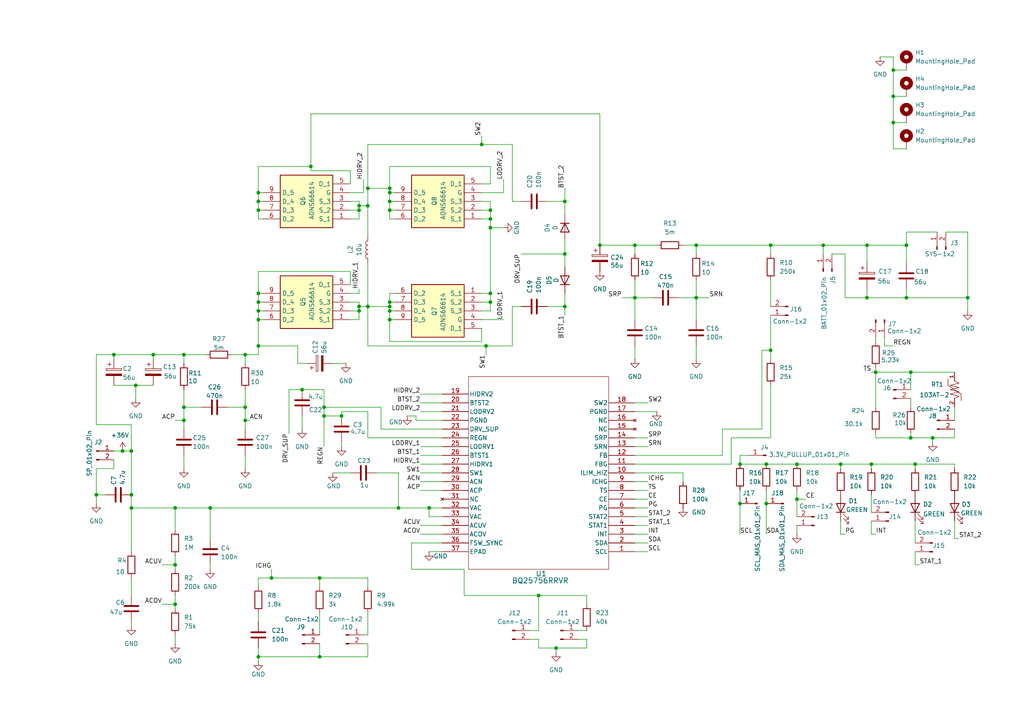
<source format=kicad_sch>
(kicad_sch (version 20250114) (generator "eeschema") (generator_version "9.0")
  (paper "A4")
  (title_block (title "Revised Charge Controller") (comment 1 "Michael Petta, Sky Lin"))
  (rectangle (start 99.06 111.76) (end 99.06 111.76))
  (junction (at 231.14 134.62))
  (junction (at 264.16 107.95))
  (junction (at 113.03 90.17))
  (junction (at 259.08 20.32))
  (junction (at 156.21 172.72))
  (junction (at 142.24 87.63))
  (junction (at 93.98 118.11))
  (junction (at 113.03 92.71))
  (junction (at 265.43 134.62))
  (junction (at 238.76 71.12))
  (junction (at 38.1 143.51))
  (junction (at 74.93 58.42))
  (junction (at 214.63 146.05))
  (junction (at 251.46 86.36))
  (junction (at 113.03 58.42))
  (junction (at 71.12 118.11))
  (junction (at 259.08 27.94))
  (junction (at 254 107.95))
  (junction (at 35.56 130.81))
  (junction (at 104.14 88.9))
  (junction (at 27.94 143.51))
  (junction (at 71.12 121.92))
  (junction (at 264.16 127))
  (junction (at 71.12 102.87))
  (junction (at 38.1 130.81))
  (junction (at 90.17 48.26))
  (junction (at 93.98 120.65))
  (junction (at 163.83 58.42))
  (junction (at 139.7 41.91))
  (junction (at 214.63 134.62))
  (junction (at 104.14 60.96))
  (junction (at 33.02 102.87))
  (junction (at 113.03 54.61))
  (junction (at 44.45 102.87))
  (junction (at 60.96 147.32))
  (junction (at 140.97 100.33))
  (junction (at 78.74 167.64))
  (junction (at 74.93 87.63))
  (junction (at 53.34 121.92))
  (junction (at 222.25 146.05))
  (junction (at 280.67 86.36))
  (junction (at 223.52 101.6))
  (junction (at 87.63 113.03))
  (junction (at 142.24 66.04))
  (junction (at 184.15 86.36))
  (junction (at 104.14 59.69))
  (junction (at 53.34 118.11))
  (junction (at 106.68 88.9))
  (junction (at 106.68 54.61))
  (junction (at 92.71 167.64))
  (junction (at 99.06 120.65))
  (junction (at 124.46 147.32))
  (junction (at 262.89 71.12))
  (junction (at 50.8 175.26))
  (junction (at 74.93 92.71))
  (junction (at 38.1 147.32))
  (junction (at 74.93 90.17))
  (junction (at 161.29 187.96))
  (junction (at 251.46 71.12))
  (junction (at 252.73 134.62))
  (junction (at 113.03 60.96))
  (junction (at 74.93 60.96))
  (junction (at 50.8 163.83))
  (junction (at 113.03 55.88))
  (junction (at 39.37 111.76))
  (junction (at 113.03 88.9))
  (junction (at 163.83 88.9))
  (junction (at 243.84 134.62))
  (junction (at 222.25 134.62))
  (junction (at 223.52 71.12))
  (junction (at 201.93 71.12))
  (junction (at 92.71 190.5))
  (junction (at 115.57 147.32))
  (junction (at 262.89 86.36))
  (junction (at 53.34 102.87))
  (junction (at 163.83 73.66))
  (junction (at 270.51 127))
  (junction (at 104.14 90.17))
  (junction (at 113.03 87.63))
  (junction (at 231.14 144.78))
  (junction (at 173.99 71.12))
  (junction (at 74.93 85.09))
  (junction (at 74.93 100.33))
  (junction (at 142.24 85.09))
  (junction (at 184.15 71.12))
  (junction (at 142.24 60.96))
  (junction (at 259.08 35.56))
  (junction (at 74.93 190.5))
  (junction (at 106.68 59.69))
  (junction (at 50.8 147.32))
  (junction (at 201.93 86.36))
  (junction (at 74.93 55.88))
  (junction (at 142.24 63.5))
  (wire (pts (xy 251.46 71.12) (xy 262.89 71.12)))
  (wire (pts (xy 148.59 88.9) (xy 151.13 88.9)))
  (wire (pts (xy 259.08 20.32) (xy 259.08 27.94)))
  (wire (pts (xy 170.18 187.96) (xy 161.29 187.96)))
  (wire (pts (xy 66.04 118.11) (xy 71.12 118.11)))
  (wire (pts (xy 106.68 41.91) (xy 106.68 54.61)))
  (wire (pts (xy 113.03 60.96) (xy 114.3 60.96)))
  (wire (pts (xy 106.68 190.5) (xy 92.71 190.5)))
  (wire (pts (xy 223.52 101.6) (xy 223.52 104.14)))
  (wire (pts (xy 187.96 147.32) (xy 184.15 147.32)))
  (wire (pts (xy 74.93 190.5) (xy 92.71 190.5)))
  (wire (pts (xy 120.65 121.92) (xy 128.27 121.92)))
  (wire (pts (xy 142.24 60.96) (xy 142.24 63.5)))
  (wire (pts (xy 280.67 67.31) (xy 280.67 86.36)))
  (wire (pts (xy 74.93 187.96) (xy 74.93 190.5)))
  (wire (pts (xy 201.93 73.66) (xy 201.93 71.12)))
  (wire (pts (xy 124.46 149.86) (xy 128.27 149.86)))
  (wire (pts (xy 101.6 53.34) (xy 101.6 49.53)))
  (wire (pts (xy 187.96 116.84) (xy 184.15 116.84)))
  (wire (pts (xy 180.34 86.36) (xy 184.15 86.36)))
  (wire (pts (xy 115.57 147.32) (xy 124.46 147.32)))
  (wire (pts (xy 252.73 134.62) (xy 265.43 134.62)))
  (wire (pts (xy 163.83 91.44) (xy 163.83 88.9)))
  (wire (pts (xy 243.84 135.89) (xy 243.84 134.62)))
  (wire (pts (xy 128.27 119.38) (xy 121.92 119.38)))
  (wire (pts (xy 50.8 175.26) (xy 50.8 176.53)))
  (wire (pts (xy 106.68 100.33) (xy 106.68 88.9)))
  (wire (pts (xy 27.94 123.19) (xy 27.94 102.87)))
  (wire (pts (xy 113.03 92.71) (xy 113.03 90.17)))
  (wire (pts (xy 78.74 167.64) (xy 92.71 167.64)))
  (wire (pts (xy 38.1 130.81) (xy 38.1 143.51)))
  (wire (pts (xy 53.34 118.11) (xy 53.34 121.92)))
  (wire (pts (xy 142.24 87.63) (xy 142.24 90.17)))
  (wire (pts (xy 74.93 92.71) (xy 76.2 92.71)))
  (wire (pts (xy 33.02 133.35) (xy 33.02 135.89)))
  (wire (pts (xy 110.49 124.46) (xy 110.49 118.11)))
  (wire (pts (xy 90.17 33.02) (xy 90.17 48.26)))
  (wire (pts (xy 74.93 58.42) (xy 76.2 58.42)))
  (wire (pts (xy 101.6 137.16) (xy 96.52 137.16)))
  (wire (pts (xy 121.92 139.7) (xy 128.27 139.7)))
  (wire (pts (xy 74.93 177.8) (xy 74.93 180.34)))
  (wire (pts (xy 158.75 88.9) (xy 163.83 88.9)))
  (wire (pts (xy 113.03 99.06) (xy 113.03 92.71)))
  (wire (pts (xy 139.7 99.06) (xy 113.03 99.06)))
  (wire (pts (xy 146.05 55.88) (xy 146.05 52.07)))
  (wire (pts (xy 106.68 177.8) (xy 106.68 184.15)))
  (wire (pts (xy 276.86 124.46) (xy 276.86 127)))
  (wire (pts (xy 93.98 113.03) (xy 93.98 118.11)))
  (wire (pts (xy 74.93 55.88) (xy 74.93 48.26)))
  (wire (pts (xy 198.12 137.16) (xy 184.15 137.16)))
  (wire (pts (xy 74.93 63.5) (xy 74.93 60.96)))
  (wire (pts (xy 190.5 71.12) (xy 184.15 71.12)))
  (wire (pts (xy 38.1 123.19) (xy 38.1 130.81)))
  (wire (pts (xy 187.96 139.7) (xy 184.15 139.7)))
  (wire (pts (xy 74.93 60.96) (xy 76.2 60.96)))
  (wire (pts (xy 99.06 128.27) (xy 99.06 129.54)))
  (wire (pts (xy 104.14 90.17) (xy 104.14 88.9)))
  (wire (pts (xy 74.93 60.96) (xy 74.93 58.42)))
  (wire (pts (xy 223.52 127) (xy 212.09 127)))
  (wire (pts (xy 187.96 154.94) (xy 184.15 154.94)))
  (wire (pts (xy 198.12 139.7) (xy 198.12 137.16)))
  (wire (pts (xy 254 106.68) (xy 254 107.95)))
  (wire (pts (xy 163.83 58.42) (xy 163.83 54.61)))
  (wire (pts (xy 30.48 143.51) (xy 27.94 143.51)))
  (wire (pts (xy 142.24 48.26) (xy 113.03 48.26)))
  (wire (pts (xy 151.13 73.66) (xy 163.83 73.66)))
  (wire (pts (xy 214.63 132.08) (xy 214.63 134.62)))
  (wire (pts (xy 156.21 172.72) (xy 170.18 172.72)))
  (wire (pts (xy 245.11 154.94) (xy 243.84 154.94)))
  (wire (pts (xy 50.8 172.72) (xy 50.8 175.26)))
  (wire (pts (xy 53.34 118.11) (xy 58.42 118.11)))
  (wire (pts (xy 170.18 185.42) (xy 167.64 185.42)))
  (wire (pts (xy 156.21 185.42) (xy 156.21 187.96)))
  (wire (pts (xy 276.86 118.11) (xy 276.86 121.92)))
  (wire (pts (xy 101.6 58.42) (xy 104.14 58.42)))
  (wire (pts (xy 39.37 111.76) (xy 44.45 111.76)))
  (wire (pts (xy 113.03 58.42) (xy 114.3 58.42)))
  (wire (pts (xy 60.96 147.32) (xy 60.96 156.21)))
  (wire (pts (xy 156.21 172.72) (xy 156.21 182.88)))
  (wire (pts (xy 255.27 16.51) (xy 259.08 16.51)))
  (wire (pts (xy 113.03 90.17) (xy 113.03 88.9)))
  (wire (pts (xy 214.63 146.05) (xy 214.63 154.94)))
  (wire (pts (xy 184.15 132.08) (xy 209.55 132.08)))
  (wire (pts (xy 104.14 60.96) (xy 104.14 59.69)))
  (wire (pts (xy 60.96 163.83) (xy 60.96 165.1)))
  (wire (pts (xy 74.93 78.74) (xy 74.93 85.09)))
  (wire (pts (xy 33.02 111.76) (xy 39.37 111.76)))
  (wire (pts (xy 134.62 165.1) (xy 134.62 172.72)))
  (wire (pts (xy 46.99 175.26) (xy 50.8 175.26)))
  (wire (pts (xy 128.27 124.46) (xy 110.49 124.46)))
  (wire (pts (xy 252.73 151.13) (xy 252.73 154.94)))
  (wire (pts (xy 74.93 170.18) (xy 74.93 167.64)))
  (wire (pts (xy 262.89 71.12) (xy 262.89 76.2)))
  (wire (pts (xy 92.71 167.64) (xy 92.71 170.18)))
  (wire (pts (xy 74.93 48.26) (xy 90.17 48.26)))
  (wire (pts (xy 74.93 100.33) (xy 86.36 100.33)))
  (wire (pts (xy 220.98 124.46) (xy 220.98 101.6)))
  (wire (pts (xy 139.7 60.96) (xy 142.24 60.96)))
  (wire (pts (xy 96.52 105.41) (xy 100.33 105.41)))
  (wire (pts (xy 148.59 100.33) (xy 148.59 88.9)))
  (wire (pts (xy 262.89 83.82) (xy 262.89 86.36)))
  (wire (pts (xy 231.14 144.78) (xy 231.14 149.86)))
  (wire (pts (xy 53.34 102.87) (xy 59.69 102.87)))
  (wire (pts (xy 274.32 67.31) (xy 280.67 67.31)))
  (wire (pts (xy 251.46 83.82) (xy 251.46 86.36)))
  (wire (pts (xy 187.96 144.78) (xy 184.15 144.78)))
  (wire (pts (xy 76.2 63.5) (xy 74.93 63.5)))
  (wire (pts (xy 121.92 154.94) (xy 128.27 154.94)))
  (wire (pts (xy 106.68 100.33) (xy 140.97 100.33)))
  (wire (pts (xy 128.27 160.02) (xy 124.46 160.02)))
  (wire (pts (xy 139.7 55.88) (xy 146.05 55.88)))
  (wire (pts (xy 71.12 132.08) (xy 71.12 135.89)))
  (wire (pts (xy 53.34 102.87) (xy 53.34 105.41)))
  (wire (pts (xy 71.12 118.11) (xy 71.12 121.92)))
  (wire (pts (xy 252.73 135.89) (xy 252.73 134.62)))
  (wire (pts (xy 99.06 120.65) (xy 99.06 119.38)))
  (wire (pts (xy 231.14 142.24) (xy 231.14 144.78)))
  (wire (pts (xy 27.94 143.51) (xy 27.94 146.05)))
  (wire (pts (xy 38.1 167.64) (xy 38.1 172.72)))
  (wire (pts (xy 128.27 114.3) (xy 121.92 114.3)))
  (wire (pts (xy 74.93 90.17) (xy 74.93 92.71)))
  (wire (pts (xy 71.12 121.92) (xy 72.39 121.92)))
  (wire (pts (xy 106.68 186.69) (xy 106.68 190.5)))
  (wire (pts (xy 184.15 100.33) (xy 184.15 104.14)))
  (wire (pts (xy 101.6 85.09) (xy 104.14 85.09)))
  (wire (pts (xy 201.93 86.36) (xy 201.93 92.71)))
  (wire (pts (xy 124.46 147.32) (xy 124.46 149.86)))
  (wire (pts (xy 153.67 182.88) (xy 156.21 182.88)))
  (wire (pts (xy 214.63 134.62) (xy 222.25 134.62)))
  (wire (pts (xy 163.83 73.66) (xy 163.83 77.47)))
  (wire (pts (xy 38.1 147.32) (xy 50.8 147.32)))
  (wire (pts (xy 27.94 135.89) (xy 27.94 143.51)))
  (wire (pts (xy 128.27 147.32) (xy 124.46 147.32)))
  (wire (pts (xy 104.14 88.9) (xy 106.68 88.9)))
  (wire (pts (xy 121.92 152.4) (xy 128.27 152.4)))
  (wire (pts (xy 50.8 147.32) (xy 50.8 153.67)))
  (wire (pts (xy 104.14 83.82) (xy 104.14 85.09)))
  (wire (pts (xy 231.14 152.4) (xy 231.14 154.94)))
  (wire (pts (xy 265.43 135.89) (xy 265.43 134.62)))
  (wire (pts (xy 74.93 190.5) (xy 74.93 191.77)))
  (wire (pts (xy 184.15 86.36) (xy 189.23 86.36)))
  (wire (pts (xy 101.6 60.96) (xy 104.14 60.96)))
  (wire (pts (xy 220.98 101.6) (xy 223.52 101.6)))
  (wire (pts (xy 74.93 90.17) (xy 76.2 90.17)))
  (wire (pts (xy 262.89 20.32) (xy 259.08 20.32)))
  (wire (pts (xy 201.93 100.33) (xy 201.93 104.14)))
  (wire (pts (xy 93.98 129.54) (xy 93.98 120.65)))
  (wire (pts (xy 121.92 142.24) (xy 128.27 142.24)))
  (wire (pts (xy 115.57 137.16) (xy 115.57 147.32)))
  (wire (pts (xy 148.59 58.42) (xy 148.59 41.91)))
  (wire (pts (xy 245.11 86.36) (xy 251.46 86.36)))
  (wire (pts (xy 38.1 147.32) (xy 38.1 160.02)))
  (wire (pts (xy 114.3 92.71) (xy 113.03 92.71)))
  (wire (pts (xy 163.83 73.66) (xy 163.83 69.85)))
  (wire (pts (xy 223.52 73.66) (xy 223.52 71.12)))
  (wire (pts (xy 140.97 102.87) (xy 140.97 100.33)))
  (wire (pts (xy 139.7 95.25) (xy 139.7 99.06)))
  (wire (pts (xy 106.68 88.9) (xy 106.68 76.2)))
  (wire (pts (xy 262.89 43.18) (xy 259.08 43.18)))
  (wire (pts (xy 139.7 92.71) (xy 146.05 92.71)))
  (wire (pts (xy 251.46 86.36) (xy 262.89 86.36)))
  (wire (pts (xy 222.25 142.24) (xy 222.25 146.05)))
  (wire (pts (xy 241.3 73.66) (xy 245.11 73.66)))
  (wire (pts (xy 104.14 58.42) (xy 104.14 59.69)))
  (wire (pts (xy 222.25 134.62) (xy 231.14 134.62)))
  (wire (pts (xy 74.93 85.09) (xy 76.2 85.09)))
  (wire (pts (xy 259.08 16.51) (xy 259.08 20.32)))
  (wire (pts (xy 187.96 129.54) (xy 184.15 129.54)))
  (wire (pts (xy 264.16 125.73) (xy 264.16 127)))
  (wire (pts (xy 153.67 185.42) (xy 156.21 185.42)))
  (wire (pts (xy 104.14 63.5) (xy 104.14 60.96)))
  (wire (pts (xy 158.75 58.42) (xy 163.83 58.42)))
  (wire (pts (xy 74.93 87.63) (xy 74.93 90.17)))
  (wire (pts (xy 201.93 81.28) (xy 201.93 86.36)))
  (wire (pts (xy 259.08 27.94) (xy 259.08 35.56)))
  (wire (pts (xy 101.6 49.53) (xy 90.17 49.53)))
  (wire (pts (xy 163.83 62.23) (xy 163.83 58.42)))
  (wire (pts (xy 50.8 163.83) (xy 50.8 165.1)))
  (wire (pts (xy 50.8 147.32) (xy 60.96 147.32)))
  (wire (pts (xy 139.7 58.42) (xy 142.24 58.42)))
  (wire (pts (xy 184.15 86.36) (xy 184.15 92.71)))
  (wire (pts (xy 71.12 102.87) (xy 74.93 102.87)))
  (wire (pts (xy 184.15 134.62) (xy 212.09 134.62)))
  (wire (pts (xy 243.84 134.62) (xy 252.73 134.62)))
  (wire (pts (xy 148.59 58.42) (xy 151.13 58.42)))
  (wire (pts (xy 93.98 120.65) (xy 99.06 120.65)))
  (wire (pts (xy 167.64 182.88) (xy 170.18 182.88)))
  (wire (pts (xy 223.52 91.44) (xy 223.52 101.6)))
  (wire (pts (xy 245.11 73.66) (xy 245.11 86.36)))
  (wire (pts (xy 173.99 71.12) (xy 184.15 71.12)))
  (wire (pts (xy 109.22 137.16) (xy 115.57 137.16)))
  (wire (pts (xy 114.3 63.5) (xy 113.03 63.5)))
  (wire (pts (xy 265.43 163.83) (xy 266.7 163.83)))
  (wire (pts (xy 33.02 130.81) (xy 35.56 130.81)))
  (wire (pts (xy 113.03 63.5) (xy 113.03 60.96)))
  (wire (pts (xy 201.93 71.12) (xy 223.52 71.12)))
  (wire (pts (xy 113.03 85.09) (xy 114.3 85.09)))
  (wire (pts (xy 50.8 121.92) (xy 53.34 121.92)))
  (wire (pts (xy 67.31 102.87) (xy 71.12 102.87)))
  (wire (pts (xy 71.12 113.03) (xy 71.12 118.11)))
  (wire (pts (xy 214.63 142.24) (xy 214.63 146.05)))
  (wire (pts (xy 128.27 157.48) (xy 119.38 157.48)))
  (wire (pts (xy 113.03 87.63) (xy 113.03 88.9)))
  (wire (pts (xy 142.24 85.09) (xy 142.24 87.63)))
  (wire (pts (xy 74.93 78.74) (xy 101.6 78.74)))
  (wire (pts (xy 92.71 186.69) (xy 92.71 190.5)))
  (wire (pts (xy 92.71 177.8) (xy 92.71 184.15)))
  (wire (pts (xy 187.96 157.48) (xy 184.15 157.48)))
  (wire (pts (xy 170.18 175.26) (xy 170.18 172.72)))
  (wire (pts (xy 87.63 124.46) (xy 87.63 120.65)))
  (wire (pts (xy 252.73 107.95) (xy 254 107.95)))
  (wire (pts (xy 142.24 66.04) (xy 142.24 85.09)))
  (wire (pts (xy 113.03 58.42) (xy 113.03 55.88)))
  (wire (pts (xy 90.17 33.02) (xy 173.99 33.02)))
  (wire (pts (xy 78.74 167.64) (xy 78.74 165.1)))
  (wire (pts (xy 243.84 151.13) (xy 243.84 154.94)))
  (wire (pts (xy 44.45 102.87) (xy 53.34 102.87)))
  (wire (pts (xy 184.15 160.02) (xy 187.96 160.02)))
  (wire (pts (xy 264.16 127) (xy 270.51 127)))
  (wire (pts (xy 104.14 59.69) (xy 106.68 59.69)))
  (wire (pts (xy 74.93 167.64) (xy 78.74 167.64)))
  (wire (pts (xy 53.34 113.03) (xy 53.34 118.11)))
  (wire (pts (xy 252.73 143.51) (xy 252.73 148.59)))
  (wire (pts (xy 201.93 86.36) (xy 205.74 86.36)))
  (wire (pts (xy 106.68 127) (xy 128.27 127)))
  (wire (pts (xy 209.55 132.08) (xy 209.55 124.46)))
  (wire (pts (xy 101.6 90.17) (xy 104.14 90.17)))
  (wire (pts (xy 270.51 127) (xy 270.51 128.27)))
  (wire (pts (xy 86.36 105.41) (xy 86.36 100.33)))
  (wire (pts (xy 106.68 54.61) (xy 106.68 59.69)))
  (wire (pts (xy 38.1 123.19) (xy 27.94 123.19)))
  (wire (pts (xy 50.8 184.15) (xy 50.8 186.69)))
  (wire (pts (xy 170.18 185.42) (xy 170.18 187.96)))
  (wire (pts (xy 83.82 113.03) (xy 87.63 113.03)))
  (wire (pts (xy 33.02 102.87) (xy 44.45 102.87)))
  (wire (pts (xy 118.11 120.65) (xy 120.65 120.65)))
  (wire (pts (xy 93.98 118.11) (xy 93.98 120.65)))
  (wire (pts (xy 33.02 135.89) (xy 27.94 135.89)))
  (wire (pts (xy 92.71 167.64) (xy 106.68 167.64)))
  (wire (pts (xy 278.13 156.21) (xy 276.86 156.21)))
  (wire (pts (xy 142.24 60.96) (xy 142.24 58.42)))
  (wire (pts (xy 139.7 63.5) (xy 142.24 63.5)))
  (wire (pts (xy 104.14 92.71) (xy 104.14 90.17)))
  (wire (pts (xy 238.76 71.12) (xy 238.76 73.66)))
  (wire (pts (xy 252.73 154.94) (xy 254 154.94)))
  (wire (pts (xy 187.96 149.86) (xy 184.15 149.86)))
  (wire (pts (xy 121.92 116.84) (xy 128.27 116.84)))
  (wire (pts (xy 106.68 54.61) (xy 113.03 54.61)))
  (wire (pts (xy 53.34 132.08) (xy 53.34 135.89)))
  (wire (pts (xy 184.15 81.28) (xy 184.15 86.36)))
  (wire (pts (xy 50.8 161.29) (xy 50.8 163.83)))
  (wire (pts (xy 265.43 151.13) (xy 265.43 157.48)))
  (wire (pts (xy 264.16 107.95) (xy 276.86 107.95)))
  (wire (pts (xy 113.03 55.88) (xy 114.3 55.88)))
  (wire (pts (xy 38.1 180.34) (xy 38.1 181.61)))
  (wire (pts (xy 128.27 129.54) (xy 121.92 129.54)))
  (wire (pts (xy 223.52 71.12) (xy 238.76 71.12)))
  (wire (pts (xy 156.21 187.96) (xy 161.29 187.96)))
  (wire (pts (xy 101.6 87.63) (xy 104.14 87.63)))
  (wire (pts (xy 217.17 132.08) (xy 214.63 132.08)))
  (wire (pts (xy 264.16 107.95) (xy 264.16 113.03)))
  (wire (pts (xy 113.03 60.96) (xy 113.03 58.42)))
  (wire (pts (xy 276.86 156.21) (xy 276.86 151.13)))
  (wire (pts (xy 223.52 111.76) (xy 223.52 127)))
  (wire (pts (xy 106.68 119.38) (xy 99.06 119.38)))
  (wire (pts (xy 139.7 41.91) (xy 148.59 41.91)))
  (wire (pts (xy 106.68 41.91) (xy 139.7 41.91)))
  (wire (pts (xy 196.85 86.36) (xy 201.93 86.36)))
  (wire (pts (xy 106.68 170.18) (xy 106.68 167.64)))
  (wire (pts (xy 119.38 165.1) (xy 134.62 165.1)))
  (wire (pts (xy 280.67 86.36) (xy 280.67 90.17)))
  (wire (pts (xy 101.6 82.55) (xy 101.6 78.74)))
  (wire (pts (xy 74.93 87.63) (xy 76.2 87.63)))
  (wire (pts (xy 113.03 87.63) (xy 114.3 87.63)))
  (wire (pts (xy 44.45 102.87) (xy 44.45 104.14)))
  (wire (pts (xy 265.43 134.62) (xy 276.86 134.62)))
  (wire (pts (xy 223.52 81.28) (xy 223.52 88.9)))
  (wire (pts (xy 259.08 43.18) (xy 259.08 35.56)))
  (wire (pts (xy 264.16 115.57) (xy 264.16 118.11)))
  (wire (pts (xy 106.68 88.9) (xy 113.03 88.9)))
  (wire (pts (xy 134.62 172.72) (xy 156.21 172.72)))
  (wire (pts (xy 142.24 66.04) (xy 146.05 66.04)))
  (wire (pts (xy 106.68 186.69) (xy 105.41 186.69)))
  (wire (pts (xy 254 127) (xy 264.16 127)))
  (wire (pts (xy 121.92 132.08) (xy 128.27 132.08)))
  (wire (pts (xy 128.27 134.62) (xy 121.92 134.62)))
  (wire (pts (xy 74.93 102.87) (xy 74.93 100.33)))
  (wire (pts (xy 173.99 33.02) (xy 173.99 71.12)))
  (wire (pts (xy 139.7 41.91) (xy 139.7 39.37)))
  (wire (pts (xy 276.86 135.89) (xy 276.86 134.62)))
  (wire (pts (xy 184.15 119.38) (xy 190.5 119.38)))
  (wire (pts (xy 254 107.95) (xy 254 118.11)))
  (wire (pts (xy 71.12 105.41) (xy 71.12 102.87)))
  (wire (pts (xy 74.93 85.09) (xy 74.93 87.63)))
  (wire (pts (xy 113.03 90.17) (xy 114.3 90.17)))
  (wire (pts (xy 105.41 55.88) (xy 105.41 52.07)))
  (wire (pts (xy 254 107.95) (xy 264.16 107.95)))
  (wire (pts (xy 276.86 127) (xy 270.51 127)))
  (wire (pts (xy 262.89 27.94) (xy 259.08 27.94)))
  (wire (pts (xy 259.08 35.56) (xy 262.89 35.56)))
  (wire (pts (xy 86.36 105.41) (xy 88.9 105.41)))
  (wire (pts (xy 113.03 85.09) (xy 113.03 87.63)))
  (wire (pts (xy 262.89 67.31) (xy 271.78 67.31)))
  (wire (pts (xy 74.93 55.88) (xy 76.2 55.88)))
  (wire (pts (xy 265.43 160.02) (xy 265.43 163.83)))
  (wire (pts (xy 87.63 113.03) (xy 93.98 113.03)))
  (wire (pts (xy 27.94 102.87) (xy 33.02 102.87)))
  (wire (pts (xy 198.12 71.12) (xy 201.93 71.12)))
  (wire (pts (xy 35.56 130.81) (xy 38.1 130.81)))
  (wire (pts (xy 110.49 118.11) (xy 93.98 118.11)))
  (wire (pts (xy 254 97.79) (xy 254 99.06)))
  (wire (pts (xy 142.24 66.04) (xy 142.24 63.5)))
  (wire (pts (xy 209.55 124.46) (xy 220.98 124.46)))
  (wire (pts (xy 231.14 134.62) (xy 243.84 134.62)))
  (wire (pts (xy 90.17 49.53) (xy 90.17 48.26)))
  (wire (pts (xy 74.93 92.71) (xy 74.93 100.33)))
  (wire (pts (xy 119.38 157.48) (xy 119.38 165.1)))
  (wire (pts (xy 163.83 88.9) (xy 163.83 85.09)))
  (wire (pts (xy 161.29 187.96) (xy 161.29 189.23)))
  (wire (pts (xy 106.68 127) (xy 106.68 119.38)))
  (wire (pts (xy 262.89 67.31) (xy 262.89 71.12)))
  (wire (pts (xy 142.24 48.26) (xy 142.24 53.34)))
  (wire (pts (xy 254 125.73) (xy 254 127)))
  (wire (pts (xy 262.89 86.36) (xy 280.67 86.36)))
  (wire (pts (xy 187.96 142.24) (xy 184.15 142.24)))
  (wire (pts (xy 139.7 90.17) (xy 142.24 90.17)))
  (wire (pts (xy 120.65 120.65) (xy 120.65 121.92)))
  (wire (pts (xy 38.1 143.51) (xy 38.1 147.32)))
  (wire (pts (xy 233.68 144.78) (xy 231.14 144.78)))
  (wire (pts (xy 251.46 76.2) (xy 251.46 71.12)))
  (wire (pts (xy 222.25 146.05) (xy 222.25 154.94)))
  (wire (pts (xy 212.09 127) (xy 212.09 134.62)))
  (wire (pts (xy 184.15 71.12) (xy 184.15 73.66)))
  (wire (pts (xy 139.7 87.63) (xy 142.24 87.63)))
  (wire (pts (xy 256.54 97.79) (xy 256.54 100.33)))
  (wire (pts (xy 83.82 113.03) (xy 83.82 125.73)))
  (wire (pts (xy 113.03 48.26) (xy 113.03 54.61)))
  (wire (pts (xy 33.02 104.14) (xy 33.02 102.87)))
  (wire (pts (xy 46.99 163.83) (xy 50.8 163.83)))
  (wire (pts (xy 53.34 121.92) (xy 53.34 124.46)))
  (wire (pts (xy 101.6 55.88) (xy 105.41 55.88)))
  (wire (pts (xy 101.6 92.71) (xy 104.14 92.71)))
  (wire (pts (xy 106.68 68.58) (xy 106.68 59.69)))
  (wire (pts (xy 128.27 137.16) (xy 121.92 137.16)))
  (wire (pts (xy 139.7 85.09) (xy 142.24 85.09)))
  (wire (pts (xy 104.14 87.63) (xy 104.14 88.9)))
  (wire (pts (xy 187.96 152.4) (xy 184.15 152.4)))
  (wire (pts (xy 139.7 53.34) (xy 142.24 53.34)))
  (wire (pts (xy 71.12 121.92) (xy 71.12 124.46)))
  (wire (pts (xy 60.96 147.32) (xy 115.57 147.32)))
  (wire (pts (xy 187.96 127) (xy 184.15 127)))
  (wire (pts (xy 106.68 184.15) (xy 105.41 184.15)))
  (wire (pts (xy 74.93 58.42) (xy 74.93 55.88)))
  (wire (pts (xy 113.03 55.88) (xy 113.03 54.61)))
  (wire (pts (xy 259.08 100.33) (xy 256.54 100.33)))
  (wire (pts (xy 238.76 71.12) (xy 251.46 71.12)))
  (wire (pts (xy 140.97 100.33) (xy 148.59 100.33)))
  (wire (pts (xy 39.37 111.76) (xy 39.37 115.57)))
  (wire (pts (xy 101.6 63.5) (xy 104.14 63.5)))
  (label "SCL" (at 187.96 160.02 0))
  (label "TS" (at 187.96 142.24 0))
  (label "SW1" (at 121.92 137.16 180))
  (label "DRV_SUP" (at 151.13 73.66 270))
  (label "DRV_SUP" (at 83.82 125.73 270))
  (label "ACOV" (at 46.99 175.26 180))
  (label "ACUV" (at 121.92 152.4 180))
  (label "INT" (at 254 154.94 0))
  (label "SRN" (at 187.96 129.54 0))
  (label "CE" (at 233.68 144.78 0))
  (label "LODRV_2" (at 121.92 119.38 180))
  (label "LODRV_1" (at 146.05 92.71 90))
  (label "STAT_1" (at 266.7 163.83 0))
  (label "HIDRV_2" (at 121.92 114.3 180))
  (label "BTST_2" (at 163.83 54.61 90))
  (label "CE" (at 187.96 144.78 0))
  (label "SW2" (at 187.96 116.84 0))
  (label "HIDRV_2" (at 105.41 52.07 90))
  (label "BTST_2" (at 121.92 116.84 180))
  (label "ACN" (at 121.92 139.7 180))
  (label "INT" (at 187.96 154.94 0))
  (label "SRP" (at 180.34 86.36 180))
  (label "ACN" (at 72.39 121.92 0))
  (label "PG" (at 245.11 154.94 0))
  (label "HIDRV_1" (at 104.14 83.82 90))
  (label "SRP" (at 187.96 127 0))
  (label "LODRV_1" (at 121.92 129.54 180))
  (label "LODRV_2" (at 146.05 52.07 90))
  (label "ACOV" (at 121.92 154.94 180))
  (label "ICHG" (at 187.96 139.7 0))
  (label "SRN" (at 205.74 86.36 0))
  (label "SCL" (at 214.63 154.94 0))
  (label "REGN" (at 259.08 100.33 0))
  (label "TS" (at 252.73 107.95 180))
  (label "SW2" (at 139.7 39.37 90))
  (label "STAT_2" (at 187.96 149.86 0))
  (label "ICHG" (at 78.74 165.1 180))
  (label "SW1" (at 140.97 102.87 270))
  (label "REGN" (at 93.98 129.54 270))
  (label "SDA" (at 187.96 157.48 0))
  (label "HIDRV_1" (at 121.92 134.62 180))
  (label "SDA" (at 222.25 154.94 0))
  (label "PG" (at 187.96 147.32 0))
  (label "STAT_2" (at 278.13 156.21 0))
  (label "ACP" (at 121.92 142.24 180))
  (label "ACP" (at 50.8 121.92 180))
  (label "ACUV" (at 46.99 163.83 180))
  (label "BTST_1" (at 163.83 91.44 270))
  (label "STAT_1" (at 187.96 152.4 0))
  (label "BTST_1" (at 121.92 132.08 180))
  (symbol (lib_id "power:GND") (at 100.33 105.41 0) (unit 1)
    (property "Reference" "#PWR016" (effects (hide yes)))
    (property "Value" "GND" (at 100.33 110.49 0))
    (property "Description" "Power symbol creates a global label with name \"GND\" , ground" (effects (hide yes)))
  )
  (symbol (lib_id "power:GND") (at 190.5 119.38 0) (unit 1)
    (property "Reference" "#PWR04" (effects (hide yes)))
    (property "Value" "GND" (at 190.246 122.936 0))
    (property "Description" "Power symbol creates a global label with name \"GND\" , ground" (effects (hide yes)))
  )
  (symbol (lib_id "Device:LED") (at 276.86 147.32 90) (unit 1)
    (property "Reference" "D3" (at 278.892 146.304 90) (effects (justify right)))
    (property "Value" "GREEN" (at 278.638 148.844 90) (effects (justify right)))
    (property "Description" "Light emitting diode" (effects (hide yes)))
    (property "Sim.Pins" "1=K 2=A" (effects (hide yes)))
  )
  (symbol (lib_id "power:GND") (at 99.06 129.54 0) (unit 1)
    (property "Reference" "#PWR07" (effects (hide yes)))
    (property "Value" "GND" (at 99.06 134.62 0))
    (property "Description" "Power symbol creates a global label with name \"GND\" , ground" (effects (hide yes)))
  )
  (symbol (lib_id "Device:R") (at 53.34 109.22 0) (unit 1)
    (property "Reference" "R11" (at 54.61 108.204 0) (effects (justify left)))
    (property "Value" "10" (at 54.61 110.49 0) (effects (justify left)))
    (property "Description" "Resistor" (effects (hide yes)))
  )
  (symbol (lib_id "Device:C") (at 38.1 176.53 0) (unit 1)
    (property "Reference" "C6" (at 33.528 174.752 0) (effects (justify left)))
    (property "Value" "47u" (at 31.75 177.546 0) (effects (justify left)))
    (property "Description" "Unpolarized capacitor" (effects (hide yes)))
  )
  (symbol (lib_id "Device:C") (at 184.15 96.52 180) (unit 1)
    (property "Reference" "C14" (at 186.944 95.25 0) (effects (justify right)))
    (property "Value" "100n" (at 186.944 97.79 0) (effects (justify right)))
    (property "Description" "Unpolarized capacitor" (effects (hide yes)))
  )
  (symbol (lib_id "Device:C_Polarized") (at 173.99 74.93 0) (unit 1)
    (property "Reference" "C24" (at 177.038 74.676 0) (effects (justify left)))
    (property "Value" "56u" (at 177.038 76.962 0) (effects (justify left)))
    (property "Description" "Polarized capacitor" (effects (hide yes)))
  )
  (symbol (lib_id "Device:R") (at 50.8 180.34 0) (unit 1)
    (property "Reference" "R1" (at 53.34 179.0699 0) (effects (justify left)))
    (property "Value" "75k" (at 53.34 181.6099 0) (effects (justify left)))
    (property "Description" "Resistor" (effects (hide yes)))
  )
  (symbol (lib_id "power:GND") (at 184.15 104.14 0) (unit 1)
    (property "Reference" "#PWR018" (effects (hide yes)))
    (property "Value" "GND" (at 184.15 109.22 0))
    (property "Description" "Power symbol creates a global label with name \"GND\" , ground" (effects (hide yes)))
  )
  (symbol (lib_id "Device:R") (at 50.8 157.48 0) (unit 1)
    (property "Reference" "R3" (at 53.34 156.2099 0) (effects (justify left)))
    (property "Value" "1M" (at 53.34 158.7499 0) (effects (justify left)))
    (property "Description" "Resistor" (effects (hide yes)))
  )
  (symbol (lib_id "power:GND") (at 27.94 146.05 0) (unit 1)
    (property "Reference" "#PWR026" (effects (hide yes)))
    (property "Value" "GND" (at 27.94 151.13 0))
    (property "Description" "Power symbol creates a global label with name \"GND\" , ground" (effects (hide yes)))
  )
  (symbol (lib_id "Device:R") (at 71.12 109.22 0) (unit 1)
    (property "Reference" "R30" (at 72.644 108.204 0) (effects (justify left)))
    (property "Value" "10" (at 72.644 110.744 0) (effects (justify left)))
    (property "Description" "Resistor" (effects (hide yes)))
  )
  (symbol (lib_id "power:GND") (at 38.1 181.61 0) (unit 1)
    (property "Reference" "#PWR011" (effects (hide yes)))
    (property "Value" "GND" (at 38.1 186.69 0))
    (property "Description" "Power symbol creates a global label with name \"GND\" , ground" (effects (hide yes)))
  )
  (symbol (lib_id "power:GND") (at 124.46 160.02 0) (unit 1)
    (property "Reference" "#PWR03" (effects (hide yes)))
    (property "Value" "GND" (at 125.73 161.2899 0) (effects (justify left)))
    (property "Description" "Power symbol creates a global label with name \"GND\" , ground" (effects (hide yes)))
  )
  (symbol (lib_id "Connector:Conn_01x02_Pin") (at 271.78 72.39 90) (unit 1)
    (property "Reference" "J3" (at 275.59 70.4849 90) (effects (justify right)))
    (property "Value" "SYS-1x2" (at 268.224 73.66 90) (effects (justify right)))
    (property "Footprint" "Connector_PinSocket_2.54mm:PinSocket_1x02_P2.54mm_Vertical" (effects (hide yes)))
    (property "Description" "Generic connector, single row, 01x02, script generated" (effects (hide yes)))
  )
  (symbol (lib_id "Device:R") (at 63.5 102.87 270) (unit 1)
    (property "Reference" "R27" (at 63.5 98.298 90))
    (property "Value" "5m" (at 63.5 100.838 90))
    (property "Description" "Resistor" (effects (hide yes)))
  )
  (symbol (lib_id "Device:C") (at 62.23 118.11 90) (unit 1)
    (property "Reference" "C26" (at 62.23 112.268 90))
    (property "Value" "470n" (at 62.23 114.808 90))
    (property "Description" "Unpolarized capacitor" (effects (hide yes)))
  )
  (symbol (lib_id "Connector:Conn_01x02_Pin") (at 238.76 78.74 90) (unit 1)
    (property "Reference" "J5" (at 241.5541 80.01 0) (effects (justify right)))
    (property "Value" "BATT_01x02_Pin" (at 239.014 80.264 0) (effects (justify right)))
    (property "Description" "Generic connector, single row, 01x02, script generated" (effects (hide yes)))
  )
  (symbol (lib_id "Device:R") (at 231.14 138.43 180) (unit 1)
    (property "Reference" "R18" (at 233.68 137.1599 0) (effects (justify right)))
    (property "Value" "10k" (at 233.68 139.6999 0) (effects (justify right)))
    (property "Description" "Resistor" (effects (hide yes)))
  )
  (symbol (lib_id "power:GND") (at 198.12 147.32 0) (unit 1)
    (property "Reference" "#PWR08" (effects (hide yes)))
    (property "Value" "GND" (at 200.66 148.5899 0) (effects (justify left)))
    (property "Description" "Power symbol creates a global label with name \"GND\" , ground" (effects (hide yes)))
  )
  (symbol (lib_id "power:GND") (at 87.63 124.46 0) (unit 1)
    (property "Reference" "#PWR025" (effects (hide yes)))
    (property "Value" "GND" (at 87.63 129.54 0))
    (property "Description" "Power symbol creates a global label with name \"GND\" , ground" (effects (hide yes)))
  )
  (symbol (lib_id "power:GND") (at 173.99 78.74 0) (unit 1)
    (property "Reference" "#PWR020" (effects (hide yes)))
    (property "Value" "GND" (at 173.99 83.82 0))
    (property "Description" "Power symbol creates a global label with name \"GND\" , ground" (effects (hide yes)))
  )
  (symbol (lib_id "Device:R") (at 38.1 163.83 0) (unit 1)
    (property "Reference" "R4" (at 34.036 162.56 0) (effects (justify left)))
    (property "Value" "10" (at 33.528 165.862 0) (effects (justify left)))
    (property "Description" "Resistor" (effects (hide yes)))
  )
  (symbol (lib_id "Device:R") (at 184.15 77.47 0) (unit 1)
    (property "Reference" "R12" (at 185.674 76.454 0) (effects (justify left)))
    (property "Value" "10" (at 185.674 78.994 0) (effects (justify left)))
    (property "Description" "Resistor" (effects (hide yes)))
  )
  (symbol (lib_id "Device:C_Polarized") (at 33.02 107.95 0) (unit 1)
    (property "Reference" "C2" (at 35.56 106.934 0) (effects (justify left)))
    (property "Value" "56u" (at 35.56 109.474 0) (effects (justify left)))
    (property "Description" "Polarized capacitor" (effects (hide yes)))
  )
  (symbol (lib_id "power:GND") (at 74.93 191.77 0) (unit 1)
    (property "Reference" "#PWR024" (effects (hide yes)))
    (property "Value" "GND" (at 74.93 195.58 0))
    (property "Description" "Power symbol creates a global label with name \"GND\" , ground" (effects (hide yes)))
  )
  (symbol (lib_id "Connector:Conn_01x02_Pin") (at 162.56 182.88 0) (unit 1)
    (property "Reference" "J11" (at 163.195 177.8 0))
    (property "Value" "Conn-1x2" (at 163.195 180.34 0))
    (property "Footprint" "Connector_PinSocket_2.54mm:PinSocket_1x02_P2.54mm_Vertical" (effects (hide yes)))
    (property "Description" "Generic connector, single row, 01x02, script generated" (effects (hide yes)))
  )
  (symbol (lib_id "Device:R") (at 265.43 139.7 180) (unit 1)
    (property "Reference" "R21" (at 267.97 138.4299 0) (effects (justify right)))
    (property "Value" "10k" (at 267.97 140.9699 0) (effects (justify right)))
    (property "Description" "Resistor" (effects (hide yes)))
  )
  (symbol (lib_id "Device:D") (at 163.83 66.04 270) (unit 1)
    (property "Reference" "D4" (at 158.75 66.04 0))
    (property "Value" "D" (at 161.036 66.04 0))
    (property "Description" "Diode" (effects (hide yes)))
    (property "Sim.Device" "D" (effects (hide yes)))
    (property "Sim.Pins" "1=K 2=A" (effects (hide yes)))
  )
  (symbol (lib_id "power:GND") (at 280.67 90.17 0) (unit 1)
    (property "Reference" "#PWR06" (effects (hide yes)))
    (property "Value" "GND" (at 280.67 95.25 0))
    (property "Description" "Power symbol creates a global label with name \"GND\" , ground" (effects (hide yes)))
  )
  (symbol (lib_id "Device:R") (at 106.68 173.99 0) (unit 1)
    (property "Reference" "R9" (at 109.22 172.7199 0) (effects (justify left)))
    (property "Value" "4.99k" (at 109.22 175.2599 0) (effects (justify left)))
    (property "Description" "Resistor" (effects (hide yes)))
  )
  (symbol (lib_id "Device:LED") (at 243.84 147.32 90) (unit 1)
    (property "Reference" "D1" (at 246.126 145.288 90) (effects (justify right)))
    (property "Value" "GREEN" (at 245.364 147.828 90) (effects (justify right)))
    (property "Description" "Light emitting diode" (effects (hide yes)))
    (property "Sim.Pins" "1=K 2=A" (effects (hide yes)))
  )
  (symbol (lib_id "103AT-2:103AT-2") (at 276.86 113.03 270) (unit 1)
    (property "Reference" "RT1" (at 270.002 111.506 90) (effects (justify left)))
    (property "Value" "103AT-2" (at 266.7 114.554 90) (effects (justify left)))
    (property "Footprint" "103AT-2:103AT-2" (effects (hide yes)))
    (property "MF" "Semitec" (effects (hide yes)))
    (property "Description_1" "Thermistor NTC 10KOhm 1% 2-Pin" (effects (hide yes)))
    (property "Package" "None" (effects (hide yes)))
    (property "Price" "None" (effects (hide yes)))
    (property "SnapEDA_Link" "https://www.snapeda.com/parts/103AT-2/Semitec/view-part/?ref=snap" (effects (hide yes)))
    (property "MP" "103AT-2" (effects (hide yes)))
    (property "Availability" "In Stock" (effects (hide yes)))
    (property "Check_prices" "https://www.snapeda.com/parts/103AT-2/Semitec/view-part/?ref=eda" (effects (hide yes)))
  )
  (symbol (lib_id "Connector:Conn_01x02_Pin") (at 100.33 184.15 0) (unit 1)
    (property "Reference" "J10" (at 98.806 181.864 0) (effects (justify left)))
    (property "Value" "Conn-1x2" (at 95.25 179.578 0) (effects (justify left)))
    (property "Footprint" "Connector_PinSocket_2.54mm:PinSocket_1x02_P2.54mm_Vertical" (effects (hide yes)))
    (property "Description" "Generic connector, single row, 01x02, script generated" (effects (hide yes)))
  )
  (symbol (lib_id "power:GND") (at 39.37 115.57 0) (unit 1)
    (property "Reference" "#PWR027" (effects (hide yes)))
    (property "Value" "GND" (at 39.37 120.65 0))
    (property "Description" "Power symbol creates a global label with name \"GND\" , ground" (effects (hide yes)))
  )
  (symbol (lib_id "power:GND") (at 60.96 165.1 0) (unit 1)
    (property "Reference" "#PWR02" (effects (hide yes)))
    (property "Value" "GND" (at 60.96 170.18 0))
    (property "Description" "Power symbol creates a global label with name \"GND\" , ground" (effects (hide yes)))
  )
  (symbol (lib_id "Device:R") (at 198.12 143.51 180) (unit 1)
    (property "Reference" "R28" (at 200.66 142.2399 0) (effects (justify right)))
    (property "Value" "100k" (at 200.66 144.7799 0) (effects (justify right)))
    (property "Description" "Resistor" (effects (hide yes)))
  )
  (symbol (lib_id "Device:C_Polarized") (at 92.71 105.41 90) (unit 1)
    (property "Reference" "C12" (at 91.44 102.616 0) (effects (justify left)))
    (property "Value" "56u" (at 93.98 102.616 0) (effects (justify left)))
    (property "Description" "Polarized capacitor" (effects (hide yes)))
  )
  (symbol (lib_id "Device:R") (at 50.8 168.91 0) (unit 1)
    (property "Reference" "R2" (at 53.34 167.6399 0) (effects (justify left)))
    (property "Value" "200k" (at 53.34 170.1799 0) (effects (justify left)))
    (property "Description" "Resistor" (effects (hide yes)))
  )
  (symbol (lib_id "Device:R") (at 243.84 139.7 180) (unit 1)
    (property "Reference" "R19" (at 246.38 138.4299 0) (effects (justify right)))
    (property "Value" "10k" (at 246.38 140.9699 0) (effects (justify right)))
    (property "Description" "Resistor" (effects (hide yes)))
  )
  (symbol (lib_id "Connector:Conn_01x01_Pin") (at 227.33 146.05 180) (unit 1)
    (property "Reference" "J18" (at 225.552 143.002 0))
    (property "Value" "SDA_MAS_01x01_Pin" (at 226.822 156.21 90))
    (property "Description" "Generic connector, single row, 01x01, script generated" (effects (hide yes)))
  )
  (symbol (lib_id "AONS66614:AONS66614") (at 101.6 92.71 180) (unit 1)
    (property "Reference" "Q5" (at 87.884 88.9 90) (effects (justify right)))
    (property "Value" "AONS66614" (at 90.424 92.964 90) (effects (justify right)))
    (property "Footprint" "AON6482" (effects (hide yes)))
    (property "Datasheet" "https://4donline.ihs.com/images/VipMasterIC/IC/ALOM/ALOM-S-A0020443660/ALOM-S-A0020443776-1.pdf?hkey=EF798316E3902B6ED9A73243A3159BB0" (effects (hide yes)))
    (property "Description" "60V N-Channel AlphaSGT TM" (effects (hide yes)))
    (property "Height" "1.05" (effects (hide yes)))
    (property "Manufacturer_Name" "Alpha & Omega Semiconductors" (effects (hide yes)))
    (property "Manufacturer_Part_Number" "AONS66614" (effects (hide yes)))
  )
  (symbol (lib_id "power:+36V") (at 35.56 130.81 0) (unit 1)
    (property "Reference" "#PWR012" (effects (hide yes)))
    (property "Value" "+36V" (at 34.798 126.238 0))
    (property "Description" "Power symbol creates a global label with name \"+36V\"" (effects (hide yes)))
  )
  (symbol (lib_id "Device:C") (at 60.96 160.02 0) (unit 1)
    (property "Reference" "C4" (at 64.008 159.004 0) (effects (justify left)))
    (property "Value" "100n" (at 64.008 161.544 0) (effects (justify left)))
    (property "Description" "Unpolarized capacitor" (effects (hide yes)))
  )
  (symbol (lib_id "power:GND") (at 270.51 128.27 0) (unit 1)
    (property "Reference" "#PWR023" (effects (hide yes)))
    (property "Value" "GND" (at 270.51 133.35 0))
    (property "Description" "Power symbol creates a global label with name \"GND\" , ground" (effects (hide yes)))
  )
  (symbol (lib_id "Device:R") (at 201.93 77.47 0) (unit 1)
    (property "Reference" "R14" (at 203.454 76.454 0) (effects (justify left)))
    (property "Value" "10" (at 203.454 78.994 0) (effects (justify left)))
    (property "Description" "Resistor" (effects (hide yes)))
  )
  (symbol (lib_id "Connector:Conn_01x02_Pin") (at 271.78 121.92 0) (unit 1)
    (property "Reference" "J8" (at 270.51 120.65 0))
    (property "Value" "Conn-1x2" (at 270.764 118.618 0))
    (property "Footprint" "Connector_PinSocket_2.54mm:PinSocket_1x02_P2.54mm_Vertical" (effects (hide yes)))
    (property "Description" "Generic connector, single row, 01x02, script generated" (effects (hide yes)))
  )
  (symbol (lib_id "Device:C_Polarized") (at 251.46 80.01 0) (unit 1)
    (property "Reference" "C17" (at 254.762 78.74 0) (effects (justify left)))
    (property "Value" "56u" (at 254.508 81.534 0) (effects (justify left)))
    (property "Description" "Polarized capacitor" (effects (hide yes)))
  )
  (symbol (lib_id "Device:R") (at 264.16 121.92 180) (unit 1)
    (property "Reference" "R26" (at 258.826 120.396 0) (effects (justify right)))
    (property "Value" "10k" (at 259.334 122.682 0) (effects (justify right)))
    (property "Description" "Resistor" (effects (hide yes)))
  )
  (symbol (lib_id "power:GND") (at 53.34 135.89 0) (unit 1)
    (property "Reference" "#PWR028" (effects (hide yes)))
    (property "Value" "GND" (at 53.34 140.97 0))
    (property "Description" "Power symbol creates a global label with name \"GND\" , ground" (effects (hide yes)))
  )
  (symbol (lib_id "power:GND") (at 50.8 186.69 0) (unit 1)
    (property "Reference" "#PWR010" (effects (hide yes)))
    (property "Value" "GND" (at 50.8 191.77 0))
    (property "Description" "Power symbol creates a global label with name \"GND\" , ground" (effects (hide yes)))
  )
  (symbol (lib_id "Device:R") (at 276.86 139.7 180) (unit 1)
    (property "Reference" "R22" (at 279.4 138.4299 0) (effects (justify right)))
    (property "Value" "10k" (at 279.4 140.9699 0) (effects (justify right)))
    (property "Description" "Resistor" (effects (hide yes)))
  )
  (symbol (lib_id "Device:C") (at 87.63 116.84 0) (unit 1)
    (property "Reference" "C22" (at 93.472 118.872 0) (effects (justify right)))
    (property "Value" "4.7u" (at 93.726 115.062 0) (effects (justify right)))
    (property "Description" "Unpolarized capacitor" (effects (hide yes)))
  )
  (symbol (lib_id "Connector:Conn_01x02_Pin") (at 148.59 182.88 0) (unit 1)
    (property "Reference" "J12" (at 149.225 177.8 0))
    (property "Value" "Conn-1x2" (at 149.225 180.34 0))
    (property "Footprint" "Connector_PinSocket_2.54mm:PinSocket_1x02_P2.54mm_Vertical" (effects (hide yes)))
    (property "Description" "Generic connector, single row, 01x02, script generated" (effects (hide yes)))
  )
  (symbol (lib_id "Device:C") (at 74.93 184.15 0) (unit 1)
    (property "Reference" "C21" (at 78.74 182.8799 0) (effects (justify left)))
    (property "Value" "100n" (at 78.74 185.4199 0) (effects (justify left)))
    (property "Description" "Unpolarized capacitor" (effects (hide yes)))
  )
  (symbol (lib_id "Device:R") (at 254 102.87 180) (unit 1)
    (property "Reference" "R25" (at 255.778 102.362 0) (effects (justify right)))
    (property "Value" "5.23k" (at 255.524 104.394 0) (effects (justify right)))
    (property "Description" "Resistor" (effects (hide yes)))
  )
  (symbol (lib_id "power:GND") (at 71.12 135.89 0) (unit 1)
    (property "Reference" "#PWR029" (effects (hide yes)))
    (property "Value" "GND" (at 71.12 140.97 0))
    (property "Description" "Power symbol creates a global label with name \"GND\" , ground" (effects (hide yes)))
  )
  (symbol (lib_id "Device:R") (at 74.93 173.99 0) (unit 1)
    (property "Reference" "R8" (at 77.47 172.7199 0) (effects (justify left)))
    (property "Value" "1.8k" (at 77.47 175.2599 0) (effects (justify left)))
    (property "Description" "Resistor" (effects (hide yes)))
  )
  (symbol (lib_id "Connector:Conn_01x02_Pin") (at 257.81 151.13 180) (unit 1)
    (property "Reference" "J14" (at 259.588 149.86 0))
    (property "Value" "Conn-1x2" (at 258.064 145.542 0))
    (property "Footprint" "Connector_PinSocket_2.54mm:PinSocket_1x02_P2.54mm_Vertical" (effects (hide yes)))
    (property "Description" "Generic connector, single row, 01x02, script generated" (effects (hide yes)))
  )
  (symbol (lib_id "AONS66614:AONS66614") (at 101.6 63.5 180) (unit 1)
    (property "Reference" "Q6" (at 87.884 59.69 90) (effects (justify right)))
    (property "Value" "AONS66614" (at 90.424 63.754 90) (effects (justify right)))
    (property "Footprint" "AON6482" (effects (hide yes)))
    (property "Datasheet" "https://4donline.ihs.com/images/VipMasterIC/IC/ALOM/ALOM-S-A0020443660/ALOM-S-A0020443776-1.pdf?hkey=EF798316E3902B6ED9A73243A3159BB0" (effects (hide yes)))
    (property "Description" "60V N-Channel AlphaSGT TM" (effects (hide yes)))
    (property "Height" "1.05" (effects (hide yes)))
    (property "Manufacturer_Name" "Alpha & Omega Semiconductors" (effects (hide yes)))
    (property "Manufacturer_Part_Number" "AONS66614" (effects (hide yes)))
  )
  (symbol (lib_id "Connector:Conn_01x01_Pin") (at 219.71 146.05 180) (unit 1)
    (property "Reference" "J17" (at 217.17 143.002 0))
    (property "Value" "SCL_MAS_01x01_Pin" (at 219.71 156.21 90))
    (property "Description" "Generic connector, single row, 01x01, script generated" (effects (hide yes)))
  )
  (symbol (lib_id "Device:C") (at 34.29 143.51 90) (unit 1)
    (property "Reference" "C7" (at 33.02 140.716 0) (effects (justify left)))
    (property "Value" "4.7u" (at 35.56 140.716 0) (effects (justify left)))
    (property "Description" "Unpolarized capacitor" (effects (hide yes)))
  )
  (symbol (lib_id "Device:C") (at 201.93 96.52 180) (unit 1)
    (property "Reference" "C16" (at 204.724 95.25 0) (effects (justify right)))
    (property "Value" "100n" (at 204.724 97.79 0) (effects (justify right)))
    (property "Description" "Unpolarized capacitor" (effects (hide yes)))
  )
  (symbol (lib_id "power:GND") (at 146.05 66.04 90) (unit 1)
    (property "Reference" "#PWR01" (effects (hide yes)))
    (property "Value" "GND" (at 149.86 66.04 0))
    (property "Description" "Power symbol creates a global label with name \"GND\" , ground" (effects (hide yes)))
  )
  (symbol (lib_id "2025-05-20_22-58-12:BQ25756RRVR") (at 184.15 160.02 180) (unit 1)
    (property "Reference" "U1" (at 156.972 166.37 0) (effects (font (size 1.524 1.524))))
    (property "Value" "BQ25756RRVR" (at 156.718 168.402 0) (effects (font (size 1.524 1.524))))
    (property "Footprint" "VQFN36_RRV_TEX" (effects (hide yes)))
    (property "Datasheet" "BQ25756RRVR" (effects (hide yes)))
  )
  (symbol (lib_id "Connector:Conn_01x02_Pin") (at 87.63 184.15 0) (unit 1)
    (property "Reference" "J9" (at 86.106 181.864 0) (effects (justify left)))
    (property "Value" "Conn-1x2" (at 82.55 179.578 0) (effects (justify left)))
    (property "Footprint" "Connector_PinSocket_2.54mm:PinSocket_1x02_P2.54mm_Vertical" (effects (hide yes)))
    (property "Description" "Generic connector, single row, 01x02, script generated" (effects (hide yes)))
  )
  (symbol (lib_id "power:GND") (at 161.29 189.23 0) (unit 1)
    (property "Reference" "#PWR022" (effects (hide yes)))
    (property "Value" "GND" (at 161.29 194.31 0))
    (property "Description" "Power symbol creates a global label with name \"GND\" , ground" (effects (hide yes)))
  )
  (symbol (lib_id "AONS66614:AONS66614") (at 139.7 63.5 180) (unit 1)
    (property "Reference" "Q8" (at 125.984 59.69 90) (effects (justify right)))
    (property "Value" "AONS66614" (at 128.524 63.754 90) (effects (justify right)))
    (property "Footprint" "AON6482" (effects (hide yes)))
    (property "Datasheet" "https://4donline.ihs.com/images/VipMasterIC/IC/ALOM/ALOM-S-A0020443660/ALOM-S-A0020443776-1.pdf?hkey=EF798316E3902B6ED9A73243A3159BB0" (effects (hide yes)))
    (property "Description" "60V N-Channel AlphaSGT TM" (effects (hide yes)))
    (property "Height" "1.05" (effects (hide yes)))
    (property "Manufacturer_Name" "Alpha & Omega Semiconductors" (effects (hide yes)))
    (property "Manufacturer_Part_Number" "AONS66614" (effects (hide yes)))
  )
  (symbol (lib_id "power:GND") (at 96.52 137.16 0) (unit 1)
    (property "Reference" "#PWR017" (effects (hide yes)))
    (property "Value" "GND" (at 94.742 140.97 0) (effects (justify left)))
    (property "Description" "Power symbol creates a global label with name \"GND\" , ground" (effects (hide yes)))
  )
  (symbol (lib_id "Device:R") (at 194.31 71.12 270) (unit 1)
    (property "Reference" "R13" (at 194.31 64.77 90))
    (property "Value" "5m" (at 194.31 67.31 90))
    (property "Description" "Resistor" (effects (hide yes)))
  )
  (symbol (lib_id "Connector:Conn_01x02_Pin") (at 256.54 92.71 270) (unit 1)
    (property "Reference" "J7" (at 257.556 93.98 90) (effects (justify left)))
    (property "Value" "Conn-1x2" (at 257.302 96.012 90) (effects (justify left)))
    (property "Footprint" "Connector_PinSocket_2.54mm:PinSocket_1x02_P2.54mm_Vertical" (effects (hide yes)))
    (property "Description" "Generic connector, single row, 01x02, script generated" (effects (hide yes)))
  )
  (symbol (lib_id "Device:C") (at 154.94 88.9 90) (unit 1)
    (property "Reference" "C19" (at 153.6699 85.09 0) (effects (justify left)))
    (property "Value" "100n" (at 156.2099 85.09 0) (effects (justify left)))
    (property "Description" "Unpolarized capacitor" (effects (hide yes)))
  )
  (symbol (lib_id "power:GND") (at 231.14 154.94 0) (unit 1)
    (property "Reference" "#PWR021" (effects (hide yes)))
    (property "Value" "GND" (at 231.14 160.02 0))
    (property "Description" "Power symbol creates a global label with name \"GND\" , ground" (effects (hide yes)))
  )
  (symbol (lib_id "Connector:Conn_01x02_Pin") (at 236.22 152.4 180) (unit 1)
    (property "Reference" "J13" (at 238.506 149.86 0))
    (property "Value" "Conn-1x2" (at 236.728 146.812 0))
    (property "Footprint" "Connector_PinSocket_2.54mm:PinSocket_1x02_P2.54mm_Vertical" (effects (hide yes)))
    (property "Description" "Generic connector, single row, 01x02, script generated" (effects (hide yes)))
  )
  (symbol (lib_id "Device:LED") (at 265.43 147.32 90) (unit 1)
    (property "Reference" "D2" (at 267.716 146.304 90) (effects (justify right)))
    (property "Value" "GREEN" (at 267.716 149.098 90) (effects (justify right)))
    (property "Description" "Light emitting diode" (effects (hide yes)))
    (property "Sim.Pins" "1=K 2=A" (effects (hide yes)))
  )
  (symbol (lib_id "Device:C") (at 71.12 128.27 180) (unit 1)
    (property "Reference" "C27" (at 74.168 127 0) (effects (justify right)))
    (property "Value" "100n" (at 74.168 129.54 0) (effects (justify right)))
    (property "Description" "Unpolarized capacitor" (effects (hide yes)))
  )
  (symbol (lib_id "Connector:Conn_01x02_Pin") (at 228.6 91.44 180) (unit 1)
    (property "Reference" "J16" (at 230.886 89.662 0))
    (property "Value" "Conn-1x2" (at 229.108 93.218 0))
    (property "Footprint" "Connector_PinSocket_2.54mm:PinSocket_1x02_P2.54mm_Vertical" (effects (hide yes)))
    (property "Description" "Generic connector, single row, 01x02, script generated" (effects (hide yes)))
  )
  (symbol (lib_id "Device:C") (at 53.34 128.27 180) (unit 1)
    (property "Reference" "C25" (at 55.88 127 0) (effects (justify right)))
    (property "Value" "100n" (at 55.88 129.54 0) (effects (justify right)))
    (property "Description" "Unpolarized capacitor" (effects (hide yes)))
  )
  (symbol (lib_id "Connector:Conn_01x02_Pin") (at 27.94 130.81 0) (unit 1)
    (property "Reference" "J2" (at 29.718 128.27 0) (effects (justify right)))
    (property "Value" "SP_01x02_Pin" (at 25.908 124.714 90) (effects (justify right)))
    (property "Footprint" "Connector_PinSocket_2.54mm:PinSocket_1x02_P2.54mm_Vertical" (effects (hide yes)))
    (property "Description" "Generic connector, single row, 01x02, script generated" (effects (hide yes)))
  )
  (symbol (lib_id "Mechanical:MountingHole_Pad") (at 262.89 25.4 0) (unit 1) (exclude_from_sim yes) (in_bom no)
    (property "Reference" "H4" (at 265.43 22.8599 0) (effects (justify left)))
    (property "Value" "MountingHole_Pad" (at 265.43 25.3999 0) (effects (justify left)))
    (property "Description" "Mounting Hole with connection" (effects (hide yes)))
  )
  (symbol (lib_id "AONS66614:AONS66614") (at 139.7 85.09 0) (mirror y) (unit 1)
    (property "Reference" "Q7" (at 125.984 88.9 90) (effects (justify right)))
    (property "Value" "AONS66614" (at 128.524 84.836 90) (effects (justify right)))
    (property "Footprint" "AON6482" (effects (hide yes)))
    (property "Datasheet" "https://4donline.ihs.com/images/VipMasterIC/IC/ALOM/ALOM-S-A0020443660/ALOM-S-A0020443776-1.pdf?hkey=EF798316E3902B6ED9A73243A3159BB0" (effects (hide yes)))
    (property "Description" "60V N-Channel AlphaSGT TM" (effects (hide yes)))
    (property "Height" "1.05" (effects (hide yes)))
    (property "Manufacturer_Name" "Alpha & Omega Semiconductors" (effects (hide yes)))
    (property "Manufacturer_Part_Number" "AONS66614" (effects (hide yes)))
  )
  (symbol (lib_id "Device:R") (at 170.18 179.07 180) (unit 1)
    (property "Reference" "R23" (at 172.72 177.7999 0) (effects (justify right)))
    (property "Value" "40k" (at 172.72 180.3399 0) (effects (justify right)))
    (property "Description" "Resistor" (effects (hide yes)))
  )
  (symbol (lib_id "Device:C_Polarized") (at 44.45 107.95 0) (unit 1)
    (property "Reference" "C13" (at 47.244 106.426 0) (effects (justify left)))
    (property "Value" "56u" (at 47.498 109.0931 0) (effects (justify left)))
    (property "Description" "Polarized capacitor" (effects (hide yes)))
  )
  (symbol (lib_id "Device:C") (at 105.41 137.16 270) (unit 1)
    (property "Reference" "C23" (at 103.632 133.604 90) (effects (justify left)))
    (property "Value" "1u" (at 104.394 140.716 90) (effects (justify left)))
    (property "Description" "Unpolarized capacitor" (effects (hide yes)))
  )
  (symbol (lib_id "Device:C") (at 262.89 80.01 0) (unit 1)
    (property "Reference" "C18" (at 267.462 78.74 0))
    (property "Value" "56u" (at 266.954 81.788 0))
    (property "Description" "Unpolarized capacitor" (effects (hide yes)))
  )
  (symbol (lib_id "power:GND") (at 201.93 104.14 0) (unit 1)
    (property "Reference" "#PWR019" (effects (hide yes)))
    (property "Value" "GND" (at 201.93 109.22 0))
    (property "Description" "Power symbol creates a global label with name \"GND\" , ground" (effects (hide yes)))
  )
  (symbol (lib_id "power:GND") (at 118.11 120.65 0) (unit 1)
    (property "Reference" "#PWR05" (effects (hide yes)))
    (property "Value" "GND" (at 112.776 122.428 0) (effects (justify left)))
    (property "Description" "Power symbol creates a global label with name \"GND\" , ground" (effects (hide yes)))
  )
  (symbol (lib_id "Connector:Conn_01x02_Pin") (at 259.08 113.03 0) (unit 1)
    (property "Reference" "J6" (at 257.302 112.522 0))
    (property "Value" "Conn-1x2" (at 259.334 110.49 0))
    (property "Footprint" "Connector_PinSocket_2.54mm:PinSocket_1x02_P2.54mm_Vertical" (effects (hide yes)))
    (property "Description" "Generic connector, single row, 01x02, script generated" (effects (hide yes)))
  )
  (symbol (lib_id "Connector:Conn_01x02_Pin") (at 270.51 160.02 180) (unit 1)
    (property "Reference" "J15" (at 272.288 158.242 0))
    (property "Value" "Conn-1x2" (at 271.018 154.432 0))
    (property "Footprint" "Connector_PinSocket_2.54mm:PinSocket_1x02_P2.54mm_Vertical" (effects (hide yes)))
    (property "Description" "Generic connector, single row, 01x02, script generated" (effects (hide yes)))
  )
  (symbol (lib_id "Connector:Conn_01x01_Pin") (at 222.25 132.08 180) (unit 1)
    (property "Reference" "J4" (at 221.742 129.794 0))
    (property "Value" "3.3V_PULLUP_01x01_Pin" (at 234.696 131.826 0))
    (property "Description" "Generic connector, single row, 01x01, script generated" (effects (hide yes)))
  )
  (symbol (lib_id "Mechanical:MountingHole_Pad") (at 262.89 17.78 0) (unit 1) (exclude_from_sim yes) (in_bom no)
    (property "Reference" "H1" (at 265.43 15.2399 0) (effects (justify left)))
    (property "Value" "MountingHole_Pad" (at 265.43 17.7799 0) (effects (justify left)))
    (property "Description" "Mounting Hole with connection" (effects (hide yes)))
  )
  (symbol (lib_id "Device:C") (at 99.06 124.46 0) (unit 1)
    (property "Reference" "C3" (at 102.362 123.19 0) (effects (justify left)))
    (property "Value" "4.7u" (at 101.6 125.222 0) (effects (justify left)))
    (property "Description" "Unpolarized capacitor" (effects (hide yes)))
  )
  (symbol (lib_id "Device:C") (at 193.04 86.36 90) (unit 1)
    (property "Reference" "C15" (at 193.04 80.264 90))
    (property "Value" "470n" (at 193.04 82.804 90))
    (property "Description" "Unpolarized capacitor" (effects (hide yes)))
  )
  (symbol (lib_id "Mechanical:MountingHole_Pad") (at 262.89 40.64 0) (unit 1) (exclude_from_sim yes) (in_bom no)
    (property "Reference" "H2" (at 265.43 38.0999 0) (effects (justify left)))
    (property "Value" "MountingHole_Pad" (at 265.43 40.6399 0) (effects (justify left)))
    (property "Description" "Mounting Hole with connection" (effects (hide yes)))
  )
  (symbol (lib_id "Device:R") (at 92.71 173.99 0) (unit 1)
    (property "Reference" "R29" (at 95.25 172.7199 0) (effects (justify left)))
    (property "Value" "3k" (at 95.25 175.2599 0) (effects (justify left)))
    (property "Description" "Resistor" (effects (hide yes)))
  )
  (symbol (lib_id "Device:C") (at 154.94 58.42 90) (unit 1)
    (property "Reference" "C20" (at 153.6699 54.61 0) (effects (justify left)))
    (property "Value" "100n" (at 156.2099 54.61 0) (effects (justify left)))
    (property "Description" "Unpolarized capacitor" (effects (hide yes)))
  )
  (symbol (lib_id "Device:R") (at 214.63 138.43 180) (unit 1)
    (property "Reference" "R16" (at 217.17 137.1599 0) (effects (justify right)))
    (property "Value" "10k" (at 217.17 139.6999 0) (effects (justify right)))
    (property "Description" "Resistor" (effects (hide yes)))
  )
  (symbol (lib_id "Device:L") (at 106.68 72.39 180) (unit 1)
    (property "Reference" "L2" (at 101.6 72.39 90))
    (property "Value" "10u" (at 104.14 72.39 90))
    (property "Description" "Inductor" (effects (hide yes)))
  )
  (symbol (lib_id "Mechanical:MountingHole_Pad") (at 262.89 33.02 0) (unit 1) (exclude_from_sim yes) (in_bom no)
    (property "Reference" "H3" (at 265.43 30.4799 0) (effects (justify left)))
    (property "Value" "MountingHole_Pad" (at 265.43 33.0199 0) (effects (justify left)))
    (property "Description" "Mounting Hole with connection" (effects (hide yes)))
  )
  (symbol (lib_id "Device:R") (at 223.52 77.47 0) (unit 1)
    (property "Reference" "R10" (at 226.06 76.1999 0) (effects (justify left)))
    (property "Value" "250k" (at 226.06 78.7399 0) (effects (justify left)))
    (property "Description" "Resistor" (effects (hide yes)))
  )
  (symbol (lib_id "Device:R") (at 252.73 139.7 180) (unit 1)
    (property "Reference" "R20" (at 255.27 138.4299 0) (effects (justify right)))
    (property "Value" "10k" (at 255.27 140.9699 0) (effects (justify right)))
    (property "Description" "Resistor" (effects (hide yes)))
  )
  (symbol (lib_id "power:GND") (at 255.27 16.51 0) (unit 1)
    (property "Reference" "#PWR09" (effects (hide yes)))
    (property "Value" "GND" (at 255.27 21.59 0))
    (property "Description" "Power symbol creates a global label with name \"GND\" , ground" (effects (hide yes)))
  )
  (symbol (lib_id "Device:R") (at 223.52 107.95 0) (unit 1)
    (property "Reference" "R15" (at 226.06 106.6799 0) (effects (justify left)))
    (property "Value" "25k" (at 226.06 109.2199 0) (effects (justify left)))
    (property "Description" "Resistor" (effects (hide yes)))
  )
  (symbol (lib_id "Device:R") (at 222.25 138.43 180) (unit 1)
    (property "Reference" "R17" (at 224.79 137.1599 0) (effects (justify right)))
    (property "Value" "10k" (at 224.79 139.6999 0) (effects (justify right)))
    (property "Description" "Resistor" (effects (hide yes)))
  )
  (symbol (lib_id "Device:R") (at 254 121.92 180) (unit 1)
    (property "Reference" "R24" (at 246.888 119.126 0) (effects (justify right)))
    (property "Value" "30.1k" (at 244.856 122.936 0) (effects (justify right)))
    (property "Description" "Resistor" (effects (hide yes)))
  )
  (symbol (lib_id "Device:D") (at 163.83 81.28 90) (unit 1)
    (property "Reference" "D5" (at 159.258 81.28 0))
    (property "Value" "D" (at 161.29 81.28 0))
    (property "Description" "Diode" (effects (hide yes)))
    (property "Sim.Device" "D" (effects (hide yes)))
    (property "Sim.Pins" "1=K 2=A" (effects (hide yes)))
  )
)
</source>
